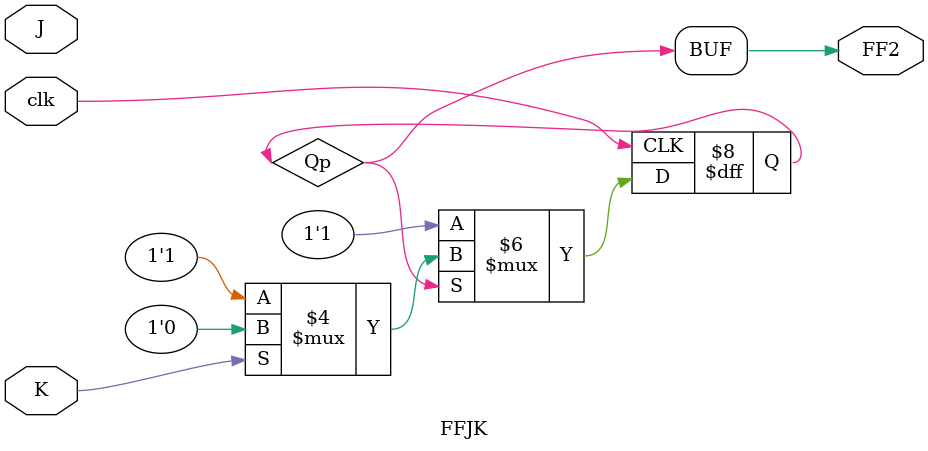
<source format=v>
module FFJK(
				input J,K,clk,
				output FF2
				);
				
reg Qp;
				
always @ (posedge clk)
begin
	if(~Qp)
		Qp <= 1'd1;
	else
	begin
		Qp <= (K == 1) ? 1'd0: 1'd1;
	end
		

end

assign FF2 = Qp;

endmodule

</source>
